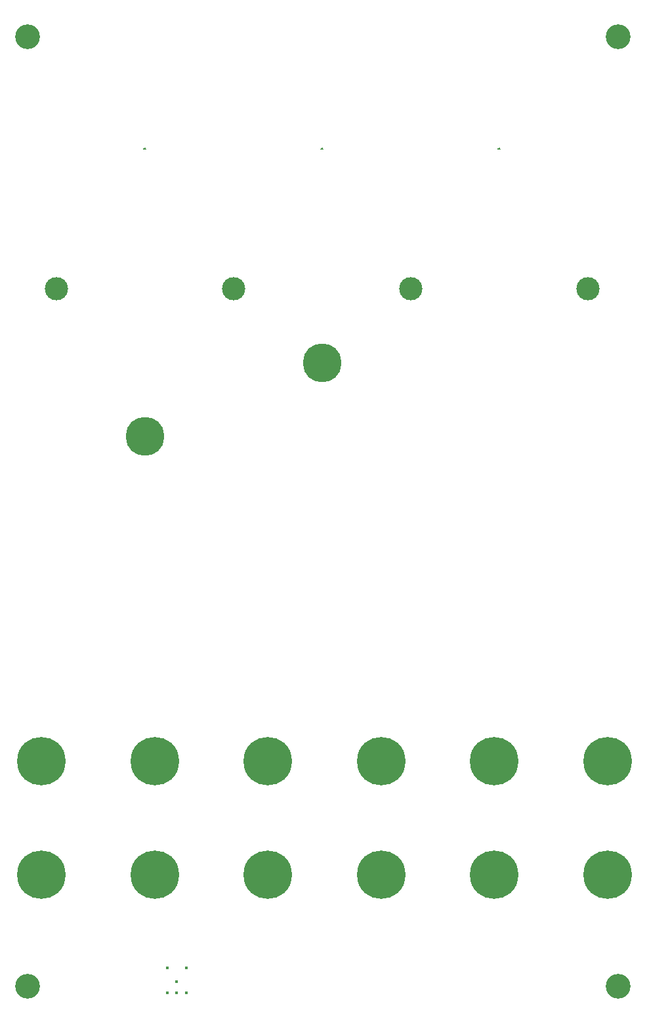
<source format=gbr>
%TF.GenerationSoftware,KiCad,Pcbnew,(5.1.6)-1*%
%TF.CreationDate,2021-02-11T15:37:54+05:30*%
%TF.ProjectId,Valance_Panel,56616c61-6e63-4655-9f50-616e656c2e6b,rev?*%
%TF.SameCoordinates,Original*%
%TF.FileFunction,Copper,L1,Top*%
%TF.FilePolarity,Positive*%
%FSLAX46Y46*%
G04 Gerber Fmt 4.6, Leading zero omitted, Abs format (unit mm)*
G04 Created by KiCad (PCBNEW (5.1.6)-1) date 2021-02-11 15:37:54*
%MOMM*%
%LPD*%
G01*
G04 APERTURE LIST*
%TA.AperFunction,EtchedComponent*%
%ADD10C,0.010000*%
%TD*%
%TA.AperFunction,ComponentPad*%
%ADD11C,6.250000*%
%TD*%
%TA.AperFunction,ComponentPad*%
%ADD12C,5.000000*%
%TD*%
%TA.AperFunction,ComponentPad*%
%ADD13C,3.000000*%
%TD*%
%TA.AperFunction,ComponentPad*%
%ADD14C,3.200000*%
%TD*%
%TA.AperFunction,ComponentPad*%
%ADD15C,0.400000*%
%TD*%
G04 APERTURE END LIST*
D10*
%TO.C,G\u002A\u002A\u002A*%
G36*
X22679523Y46930195D02*
G01*
X22708912Y46881829D01*
X22712500Y46875000D01*
X22751284Y46800000D01*
X22588142Y46800000D01*
X22505192Y46801416D01*
X22446453Y46805122D01*
X22425000Y46810125D01*
X22444417Y46827059D01*
X22492342Y46858519D01*
X22553277Y46895285D01*
X22611729Y46928137D01*
X22652202Y46947854D01*
X22660059Y46950000D01*
X22679523Y46930195D01*
G37*
X22679523Y46930195D02*
X22708912Y46881829D01*
X22712500Y46875000D01*
X22751284Y46800000D01*
X22588142Y46800000D01*
X22505192Y46801416D01*
X22446453Y46805122D01*
X22425000Y46810125D01*
X22444417Y46827059D01*
X22492342Y46858519D01*
X22553277Y46895285D01*
X22611729Y46928137D01*
X22652202Y46947854D01*
X22660059Y46950000D01*
X22679523Y46930195D01*
G36*
X-179640Y46930273D02*
G01*
X-154027Y46886022D01*
X-132190Y46838223D01*
X-125000Y46811324D01*
X-147850Y46805710D01*
X-207812Y46801799D01*
X-292007Y46800423D01*
X-293750Y46800427D01*
X-462500Y46800853D01*
X-337500Y46875000D01*
X-267724Y46915068D01*
X-216274Y46942165D01*
X-197763Y46949574D01*
X-179640Y46930273D01*
G37*
X-179640Y46930273D02*
X-154027Y46886022D01*
X-132190Y46838223D01*
X-125000Y46811324D01*
X-147850Y46805710D01*
X-207812Y46801799D01*
X-292007Y46800423D01*
X-293750Y46800427D01*
X-462500Y46800853D01*
X-337500Y46875000D01*
X-267724Y46915068D01*
X-216274Y46942165D01*
X-197763Y46949574D01*
X-179640Y46930273D01*
G36*
X-23043939Y46930301D02*
G01*
X-23016241Y46882156D01*
X-23012500Y46875000D01*
X-22973716Y46800000D01*
X-23136858Y46800000D01*
X-23219808Y46801450D01*
X-23278547Y46805242D01*
X-23300000Y46810363D01*
X-23280534Y46826189D01*
X-23232387Y46856704D01*
X-23170939Y46892961D01*
X-23111569Y46926011D01*
X-23069658Y46946906D01*
X-23059994Y46950000D01*
X-23043939Y46930301D01*
G37*
X-23043939Y46930301D02*
X-23016241Y46882156D01*
X-23012500Y46875000D01*
X-22973716Y46800000D01*
X-23136858Y46800000D01*
X-23219808Y46801450D01*
X-23278547Y46805242D01*
X-23300000Y46810363D01*
X-23280534Y46826189D01*
X-23232387Y46856704D01*
X-23170939Y46892961D01*
X-23111569Y46926011D01*
X-23069658Y46946906D01*
X-23059994Y46950000D01*
X-23043939Y46930301D01*
%TD*%
D11*
%TO.P,,1*%
%TO.N,N/C*%
X-36364001Y-32243896D03*
%TD*%
%TO.P,,2*%
%TO.N,N/C*%
X-21759551Y-32243896D03*
%TD*%
%TO.P,,3*%
%TO.N,N/C*%
X-7155101Y-32243896D03*
%TD*%
%TO.P,,4*%
%TO.N,N/C*%
X7449345Y-32243896D03*
%TD*%
%TO.P,,5*%
%TO.N,N/C*%
X22055176Y-32243896D03*
%TD*%
%TO.P,,6*%
%TO.N,N/C*%
X36661004Y-32243896D03*
%TD*%
%TO.P,,7*%
%TO.N,N/C*%
X-36364001Y-46849660D03*
%TD*%
%TO.P,,8*%
%TO.N,N/C*%
X-21759551Y-46849660D03*
%TD*%
%TO.P,,9*%
%TO.N,N/C*%
X-7155101Y-46849660D03*
%TD*%
%TO.P,,10*%
%TO.N,N/C*%
X7449345Y-46849660D03*
%TD*%
%TO.P,,11*%
%TO.N,N/C*%
X22055176Y-46849660D03*
%TD*%
%TO.P,,12*%
%TO.N,N/C*%
X36661004Y-46849660D03*
%TD*%
D12*
%TO.P,,13*%
%TO.N,N/C*%
X-174888Y19180145D03*
%TD*%
D13*
%TO.P,,14*%
%TO.N,N/C*%
X-34464612Y28710621D03*
%TD*%
%TO.P,,15*%
%TO.N,N/C*%
X-11604335Y28710621D03*
%TD*%
%TO.P,,16*%
%TO.N,N/C*%
X11255940Y28710621D03*
%TD*%
%TO.P,,17*%
%TO.N,N/C*%
X34116211Y28710621D03*
%TD*%
D14*
%TO.P,,18*%
%TO.N,N/C*%
X-38150000Y61250001D03*
%TD*%
%TO.P,,19*%
%TO.N,N/C*%
X38049996Y61250001D03*
%TD*%
%TO.P,,20*%
%TO.N,N/C*%
X-38150000Y-61250000D03*
%TD*%
%TO.P,,21*%
%TO.N,N/C*%
X38049996Y-61250000D03*
%TD*%
D12*
%TO.P,,22*%
%TO.N,N/C*%
X-23033784Y9660698D03*
%TD*%
D15*
%TO.P,,23*%
%TO.N,N/C*%
X-17684207Y-58882500D03*
%TD*%
%TO.P,,24*%
%TO.N,N/C*%
X-20184207Y-58882500D03*
%TD*%
%TO.P,,25*%
%TO.N,N/C*%
X-18934207Y-60632500D03*
%TD*%
%TO.P,,26*%
%TO.N,N/C*%
X-20184207Y-62132500D03*
%TD*%
%TO.P,,27*%
%TO.N,N/C*%
X-18934207Y-62132500D03*
%TD*%
%TO.P,,28*%
%TO.N,N/C*%
X-17684207Y-62132500D03*
%TD*%
M02*

</source>
